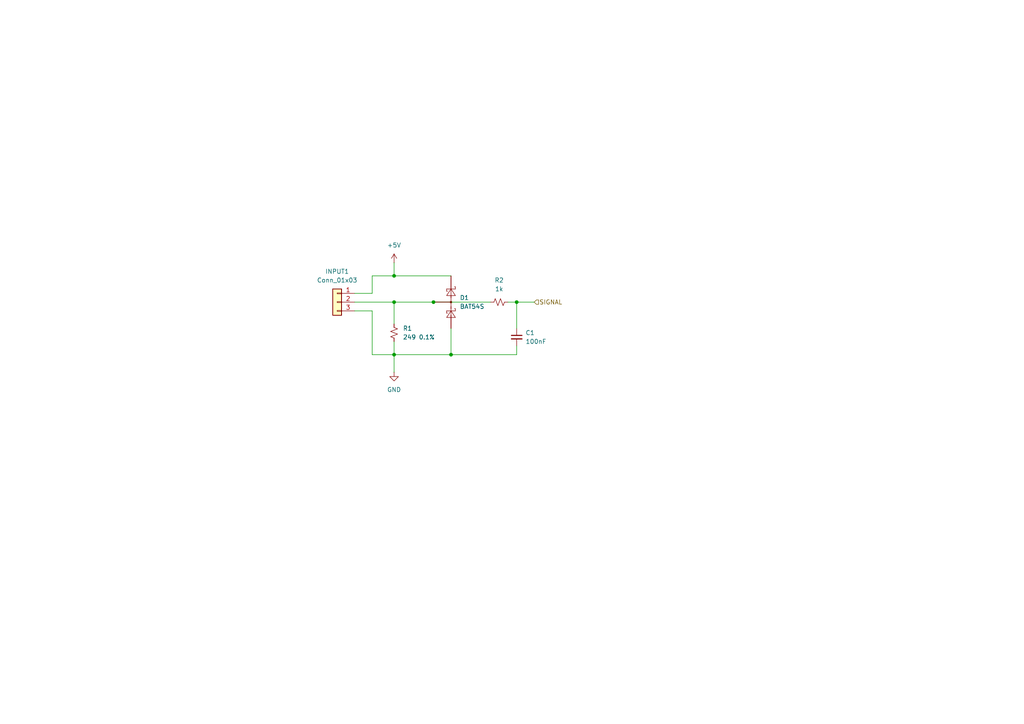
<source format=kicad_sch>
(kicad_sch (version 20231120) (generator "eeschema") (generator_version "8.0")
  (paper "A4")
  (lib_symbols
    (symbol "Connector_Generic:Conn_01x03" (pin_names (offset 1.016) hide)
      (property "Reference" "J" (at 0 5.08 0))
      (property "Value" "Conn_01x03" (at 0 -5.08 0))
      (symbol "Conn_01x03_1_1"
        (rectangle (start -1.27 -2.413) (end 0 -2.667) (stroke (width 0.1524)))
        (rectangle (start -1.27 0.127) (end 0 -0.127) (stroke (width 0.1524)))
        (rectangle (start -1.27 2.667) (end 0 2.413) (stroke (width 0.1524)))
        (rectangle (start -1.27 3.81) (end 1.27 -3.81) (stroke (width 0.254)) (fill (type background)))
        (pin passive line (at -5.08 2.54 0) (length 3.81) (name "Pin_1") (number "1"))
        (pin passive line (at -5.08 0 0) (length 3.81) (name "Pin_2") (number "2"))
        (pin passive line (at -5.08 -2.54 0) (length 3.81) (name "Pin_3") (number "3"))
      )
    )
    (symbol "Device:C_Small" (pin_numbers hide) (pin_names (offset 0.254) hide)
      (property "Reference" "C" (at 0.254 1.778 0))
      (property "Value" "C_Small" (at 0.254 -2.032 0))
      (symbol "C_Small_0_1"
        (polyline (pts (xy -1.524 -0.508) (xy 1.524 -0.508)) (stroke (width 0.3302)))
        (polyline (pts (xy -1.524 0.508) (xy 1.524 0.508)) (stroke (width 0.3048)))
      )
      (symbol "C_Small_1_1"
        (pin passive line (at 0 2.54 270) (length 2.032) (name "~") (number "1"))
        (pin passive line (at 0 -2.54 90) (length 2.032) (name "~") (number "2"))
      )
    )
    (symbol "Device:R_Small_US" (pin_numbers hide) (pin_names (offset 0.254) hide)
      (property "Reference" "R" (at 0.762 0.508 0))
      (property "Value" "R_Small_US" (at 0.762 -1.016 0))
      (symbol "R_Small_US_1_1"
        (polyline (pts (xy 0 0) (xy 1.016 -0.381) (xy 0 -0.762) (xy -1.016 -1.143) (xy 0 -1.524)))
        (polyline (pts (xy 0 1.524) (xy 1.016 1.143) (xy 0 0.762) (xy -1.016 0.381) (xy 0 0)))
        (pin passive line (at 0 2.54 270) (length 1.016) (name "~") (number "1"))
        (pin passive line (at 0 -2.54 90) (length 1.016) (name "~") (number "2"))
      )
    )
    (symbol "Diode:BAT54S" (pin_numbers hide) (pin_names (offset 0) hide)
      (property "Reference" "D" (at 2.54 -5.08 0))
      (property "Value" "BAT54S" (at -6.35 3.175 0))
      (symbol "BAT54S_0_1"
        (polyline (pts (xy -3.81 0) (xy -1.27 0)))
        (polyline (pts (xy -3.175 -1.27) (xy -3.175 -1.016)))
        (polyline (pts (xy -2.54 -1.27) (xy -3.175 -1.27)))
        (polyline (pts (xy -2.54 -1.27) (xy -2.54 1.27)))
        (polyline (pts (xy -2.54 1.27) (xy -1.905 1.27)))
        (polyline (pts (xy -1.905 0) (xy 1.905 0)))
        (polyline (pts (xy -1.905 1.27) (xy -1.905 1.016)))
        (polyline (pts (xy 1.27 0) (xy 3.81 0)))
        (polyline (pts (xy 3.175 -1.27) (xy 3.175 -1.016)))
        (polyline (pts (xy 3.81 -1.27) (xy 3.175 -1.27)))
        (polyline (pts (xy 3.81 -1.27) (xy 3.81 1.27)))
        (polyline (pts (xy 3.81 1.27) (xy 4.445 1.27)))
        (polyline (pts (xy 4.445 1.27) (xy 4.445 1.016)))
        (polyline (pts (xy -4.445 1.27) (xy -4.445 -1.27) (xy -2.54 0) (xy -4.445 1.27)))
        (polyline (pts (xy 1.905 1.27) (xy 1.905 -1.27) (xy 3.81 0) (xy 1.905 1.27)))
        (circle (center 0 0) (radius 0.254) (fill (type outline)))
      )
      (symbol "BAT54S_1_1"
        (pin passive line (at -7.62 0 0) (length 3.81) (name "A") (number "1"))
        (pin passive line (at 7.62 0 180) (length 3.81) (name "K") (number "2"))
        (pin passive line (at 0 -5.08 90) (length 5.08) (name "COM") (number "3"))
      )
    )
    (symbol "power:+5V" (power) (pin_numbers hide) (pin_names (offset 0) hide)
      (property "Value" "+5V" (at 0 3.556 0))
      (symbol "+5V_0_1"
        (polyline (pts (xy -0.762 1.27) (xy 0 2.54)))
        (polyline (pts (xy 0 0) (xy 0 2.54)))
        (polyline (pts (xy 0 2.54) (xy 0.762 1.27)))
      )
      (symbol "+5V_1_1"
        (pin power_in line (at 0 0 90) (length 0) (name "~") (number "1"))
      )
    )
    (symbol "power:GND" (power) (pin_numbers hide) (pin_names (offset 0) hide)
      (property "Value" "GND" (at 0 -3.81 0))
      (symbol "GND_0_1"
        (polyline (pts (xy 0 0) (xy 0 -1.27) (xy 1.27 -1.27) (xy 0 -2.54) (xy -1.27 -1.27) (xy 0 -1.27)))
      )
      (symbol "GND_1_1"
        (pin power_in line (at 0 0 270) (length 0) (name "~") (number "1"))
      )
    )
  )
  (junction (at 130.81 102.87))
  (junction (at 114.3 87.63))
  (junction (at 149.86 87.63))
  (junction (at 114.3 80.01))
  (junction (at 114.3 102.87))
  (junction (at 125.73 87.63))
  (wire (pts (xy 114.3 76.2) (xy 114.3 80.01)))
  (wire (pts (xy 149.86 87.63) (xy 154.94 87.63)))
  (wire (pts (xy 125.73 87.63) (xy 142.24 87.63)))
  (wire (pts (xy 107.95 90.17) (xy 107.95 102.87)))
  (wire (pts (xy 107.95 90.17) (xy 102.87 90.17)))
  (wire (pts (xy 147.32 87.63) (xy 149.86 87.63)))
  (wire (pts (xy 107.95 102.87) (xy 114.3 102.87)))
  (wire (pts (xy 130.81 102.87) (xy 130.81 95.25)))
  (wire (pts (xy 130.81 102.87) (xy 149.86 102.87)))
  (wire (pts (xy 114.3 102.87) (xy 130.81 102.87)))
  (wire (pts (xy 102.87 87.63) (xy 114.3 87.63)))
  (wire (pts (xy 114.3 80.01) (xy 130.81 80.01)))
  (wire (pts (xy 102.87 85.09) (xy 107.95 85.09)))
  (wire (pts (xy 149.86 87.63) (xy 149.86 95.25)))
  (wire (pts (xy 107.95 80.01) (xy 114.3 80.01)))
  (wire (pts (xy 114.3 87.63) (xy 114.3 93.98)))
  (wire (pts (xy 107.95 80.01) (xy 107.95 85.09)))
  (wire (pts (xy 149.86 100.33) (xy 149.86 102.87)))
  (wire (pts (xy 114.3 107.95) (xy 114.3 102.87)))
  (wire (pts (xy 114.3 87.63) (xy 125.73 87.63)))
  (wire (pts (xy 114.3 99.06) (xy 114.3 102.87)))
  (hierarchical_label "SIGNAL" (shape input) (at 154.94 87.63 0))
  (symbol (lib_id "power:GND") (at 114.3 107.95 0) (unit 1)
    (property "Reference" "#PWR02" (effects (hide yes)))
    (property "Value" "GND" (at 114.3 113.03 0))
    (property "Description" "Power symbol creates a global label with name \"GND\" , ground" (effects (hide yes)))
  )
  (symbol (lib_id "Diode:BAT54S") (at 130.81 87.63 270) (mirror x) (unit 1)
    (property "Reference" "D1" (at 133.35 86.36 90) (effects (justify left)))
    (property "Value" "BAT54S" (at 133.35 88.9 90) (effects (justify left)))
    (property "Footprint" "Package_TO_SOT_SMD:SOT-23" (effects (hide yes)))
    (property "Datasheet" "https://www.diodes.com/assets/Datasheets/ds11005.pdf" (effects (hide yes)))
    (property "LCSC" "C727126" (effects (hide yes)))
  )
  (symbol (lib_id "Connector_Generic:Conn_01x03") (at 97.79 87.63 0) (mirror y) (unit 1)
    (property "Reference" "INPUT1" (at 97.79 78.74 0))
    (property "Value" "Conn_01x03" (at 97.79 81.28 0))
    (property "Footprint" "Connector_Phoenix_MC:PhoenixContact_MC_1,5_3-G-3.5_1x03_P3.50mm_Horizontal" (effects (hide yes)))
    (property "Description" "pluggable terminal block 3.5mm 1x03" (effects (hide yes)))
    (property "LCSC" "C5188296 and C5188250" (effects (hide yes)))
  )
  (symbol (lib_id "power:+5V") (at 114.3 76.2 0) (unit 1)
    (property "Reference" "#PWR01" (effects (hide yes)))
    (property "Value" "+5V" (at 114.3 71.12 0))
    (property "Description" "Power symbol creates a global label with name \"+5V\"" (effects (hide yes)))
  )
  (symbol (lib_id "Device:R_Small_US") (at 144.78 87.63 90) (unit 1)
    (property "Reference" "R2" (at 144.78 81.28 90))
    (property "Value" "1k" (at 144.78 83.82 90))
    (property "Footprint" "Resistor_SMD:R_0805_2012Metric_Pad1.20x1.40mm_HandSolder" (effects (hide yes)))
    (property "LCSC" "C95781" (effects (hide yes)))
  )
  (symbol (lib_id "Device:R_Small_US") (at 114.3 96.52 180) (unit 1)
    (property "Reference" "R1" (at 116.84 95.25 0) (effects (justify right)))
    (property "Value" "249 0.1%" (at 116.84 97.79 0) (effects (justify right)))
    (property "Footprint" "Resistor_SMD:R_1206_3216Metric_Pad1.30x1.75mm_HandSolder" (effects (hide yes)))
    (property "LCSC" "C870575" (effects (hide yes)))
  )
  (symbol (lib_id "Device:C_Small") (at 149.86 97.79 0) (unit 1)
    (property "Reference" "C1" (at 152.4 96.5263 0) (effects (justify left)))
    (property "Value" "100nF" (at 152.4 99.0663 0) (effects (justify left)))
    (property "Footprint" "Capacitor_SMD:C_0805_2012Metric_Pad1.18x1.45mm_HandSolder" (effects (hide yes)))
    (property "LCSC" "C49678" (effects (hide yes)))
  )
)
</source>
